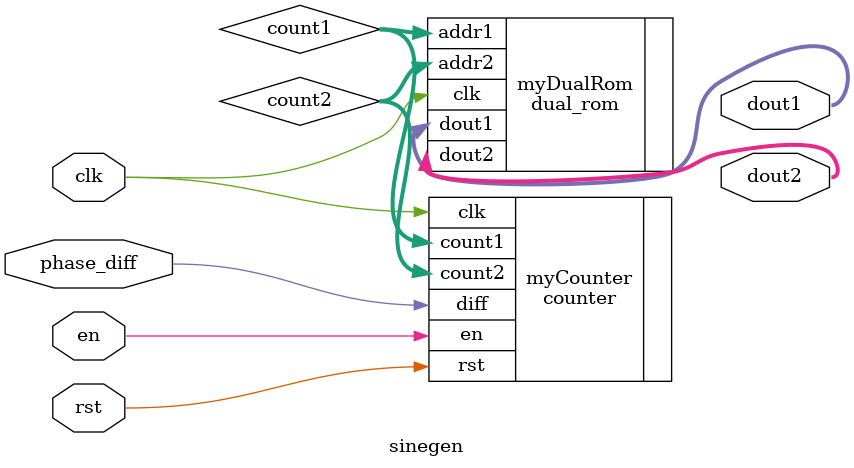
<source format=sv>
module sinegen #(
  parameter WIDTH = 8
)(
  input logic clk,
  input logic rst,
  input logic en,
  input logic phase_diff,
  output logic [WIDTH-1:0] dout1, 
  output logic [WIDTH-1:0] dout2
);

  logic [WIDTH-1:0] count1;
  logic [WIDTH-1:0] count2;

counter myCounter (
  .clk (clk),
  .rst (rst),
  .en (en),
  .diff (phase_diff),
  .count1 (count1),
  .count2 (count2)
);

dual_rom myDualRom (
  .clk (clk),
  .addr1 (count1),
  .addr2 (count2),
  .dout1 (dout1),
  .dout2 (dout2)
);

endmodule

</source>
